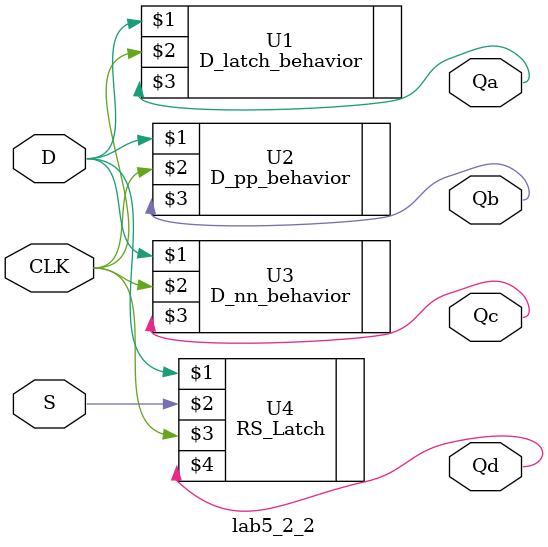
<source format=v>
`timescale 1ns / 1ps


module lab5_2_2(
    input CLK,
    input D,
    input S,
    output Qa,
    output Qb,
    output Qc,
    output Qd
    );
    
    D_latch_behavior U1 (D,CLK,Qa);
    D_pp_behavior U2 (D,CLK,Qb);
    D_nn_behavior U3 (D,CLK,Qc);
    RS_Latch U4 (D,S,CLK,Qd);
endmodule

</source>
